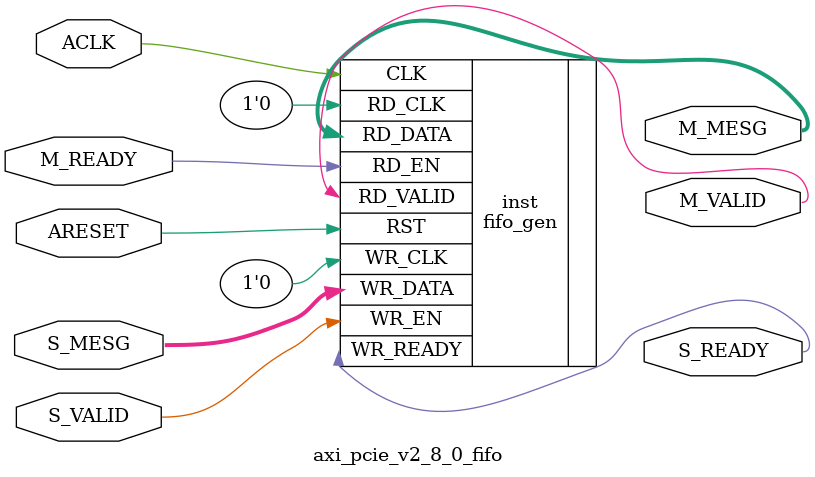
<source format=v>
`timescale 1ns/100ps


module axi_pcie_v2_8_0_fifo #
  (
   parameter         C_FAMILY          = "virtex7",
   parameter integer C_FIFO_DEPTH_LOG  = 5,      // FIFO depth = 2**C_FIFO_DEPTH_LOG
                                                 // Range = [5:9] when TYPE="lut",
                                                 // Range = [5:12] when TYPE="bram",
   parameter integer C_FIFO_WIDTH      = 64,     // Width of payload [1:512]
   parameter         C_FIFO_TYPE       = "lut"   // "lut" = LUT (SRL) based,
                                                 // "bram" = BRAM based
   )
  (
   // Global inputs
   input  wire                        ACLK,    // Clock
   input  wire                        ARESET,  // Reset
   // Slave  Port
   input  wire [C_FIFO_WIDTH-1:0]     S_MESG,  // Payload (may be any set of channel signals)
   input  wire                        S_VALID, // FIFO push
   output wire                        S_READY, // FIFO not full
   // Master  Port
   output wire [C_FIFO_WIDTH-1:0]     M_MESG,  // Payload
   output wire                        M_VALID, // FIFO not empty
   input  wire                        M_READY  // FIFO pop
   );

   fifo_gen #(
     .C_FAMILY(C_FAMILY),
     .C_COMMON_CLOCK(1),
     .C_FIFO_DEPTH_LOG(C_FIFO_DEPTH_LOG),
     .C_FIFO_WIDTH(C_FIFO_WIDTH),
     .C_FIFO_TYPE(C_FIFO_TYPE))
   inst (
     .CLK(ACLK),
     .RST(ARESET),
     .WR_CLK(1'b0),
     .WR_EN(S_VALID),
     .WR_READY(S_READY),
     .WR_DATA(S_MESG),
     .RD_CLK(1'b0),
     .RD_EN(M_READY),
     .RD_VALID(M_VALID),
     .RD_DATA(M_MESG));

endmodule

</source>
